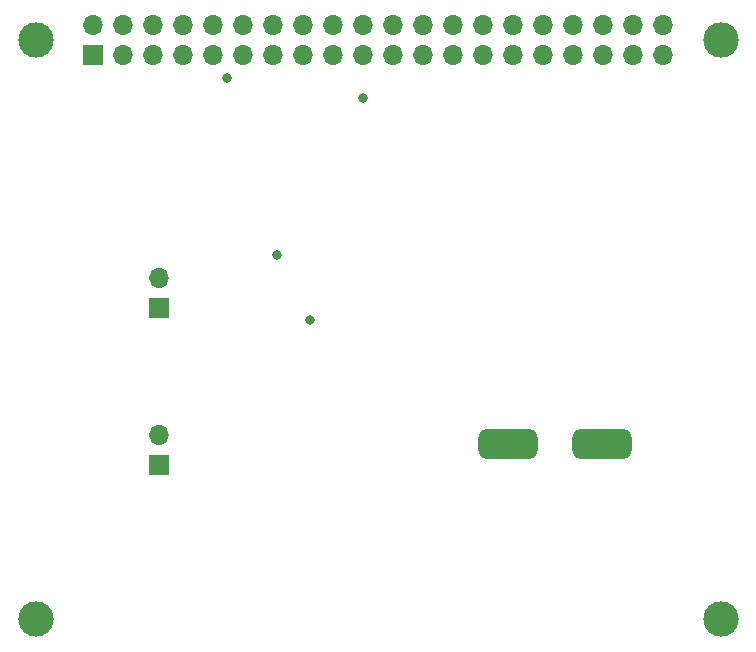
<source format=gbr>
%TF.GenerationSoftware,KiCad,Pcbnew,6.0.0*%
%TF.CreationDate,2022-01-12T19:36:27-05:00*%
%TF.ProjectId,raspi-hat,72617370-692d-4686-9174-2e6b69636164,rev?*%
%TF.SameCoordinates,Original*%
%TF.FileFunction,Copper,L3,Inr*%
%TF.FilePolarity,Positive*%
%FSLAX46Y46*%
G04 Gerber Fmt 4.6, Leading zero omitted, Abs format (unit mm)*
G04 Created by KiCad (PCBNEW 6.0.0) date 2022-01-12 19:36:27*
%MOMM*%
%LPD*%
G01*
G04 APERTURE LIST*
G04 Aperture macros list*
%AMRoundRect*
0 Rectangle with rounded corners*
0 $1 Rounding radius*
0 $2 $3 $4 $5 $6 $7 $8 $9 X,Y pos of 4 corners*
0 Add a 4 corners polygon primitive as box body*
4,1,4,$2,$3,$4,$5,$6,$7,$8,$9,$2,$3,0*
0 Add four circle primitives for the rounded corners*
1,1,$1+$1,$2,$3*
1,1,$1+$1,$4,$5*
1,1,$1+$1,$6,$7*
1,1,$1+$1,$8,$9*
0 Add four rect primitives between the rounded corners*
20,1,$1+$1,$2,$3,$4,$5,0*
20,1,$1+$1,$4,$5,$6,$7,0*
20,1,$1+$1,$6,$7,$8,$9,0*
20,1,$1+$1,$8,$9,$2,$3,0*%
G04 Aperture macros list end*
%TA.AperFunction,WasherPad*%
%ADD10C,3.000000*%
%TD*%
%TA.AperFunction,ComponentPad*%
%ADD11R,1.700000X1.700000*%
%TD*%
%TA.AperFunction,ComponentPad*%
%ADD12O,1.700000X1.700000*%
%TD*%
%TA.AperFunction,ComponentPad*%
%ADD13RoundRect,0.625000X1.875000X0.625000X-1.875000X0.625000X-1.875000X-0.625000X1.875000X-0.625000X0*%
%TD*%
%TA.AperFunction,ViaPad*%
%ADD14C,0.800000*%
%TD*%
G04 APERTURE END LIST*
D10*
X82040000Y-64310000D03*
X140040000Y-64330000D03*
X82040000Y-113320000D03*
X140030000Y-113310000D03*
D11*
X92500000Y-100275000D03*
D12*
X92500000Y-97735000D03*
D11*
X92500000Y-87000000D03*
D12*
X92500000Y-84460000D03*
D13*
X122050000Y-98545000D03*
X129950000Y-98545000D03*
D11*
X86920000Y-65590000D03*
D12*
X86920000Y-63050000D03*
X89460000Y-65590000D03*
X89460000Y-63050000D03*
X92000000Y-65590000D03*
X92000000Y-63050000D03*
X94540000Y-65590000D03*
X94540000Y-63050000D03*
X97080000Y-65590000D03*
X97080000Y-63050000D03*
X99620000Y-65590000D03*
X99620000Y-63050000D03*
X102160000Y-65590000D03*
X102160000Y-63050000D03*
X104700000Y-65590000D03*
X104700000Y-63050000D03*
X107240000Y-65590000D03*
X107240000Y-63050000D03*
X109780000Y-65590000D03*
X109780000Y-63050000D03*
X112320000Y-65590000D03*
X112320000Y-63050000D03*
X114860000Y-65590000D03*
X114860000Y-63050000D03*
X117400000Y-65590000D03*
X117400000Y-63050000D03*
X119940000Y-65590000D03*
X119940000Y-63050000D03*
X122480000Y-65590000D03*
X122480000Y-63050000D03*
X125020000Y-65590000D03*
X125020000Y-63050000D03*
X127560000Y-65590000D03*
X127560000Y-63050000D03*
X130100000Y-65590000D03*
X130100000Y-63050000D03*
X132640000Y-65590000D03*
X132640000Y-63050000D03*
X135180000Y-65590000D03*
X135180000Y-63050000D03*
D14*
X98250000Y-67500000D03*
X102500000Y-82500000D03*
X105250000Y-88000000D03*
X109750000Y-69250000D03*
M02*

</source>
